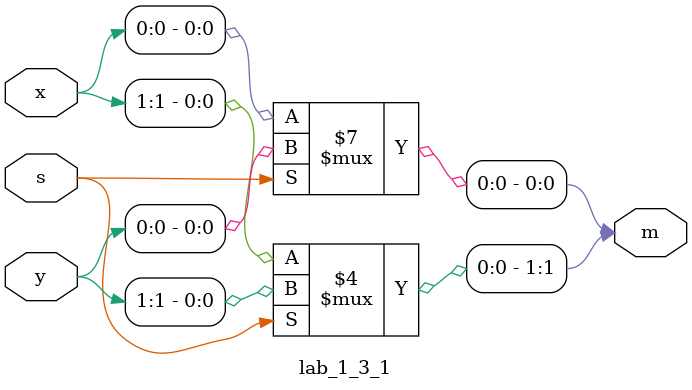
<source format=v>
`timescale 1ns / 1ps


module lab_1_3_1(
    input wire [1:0] x,
    input wire [1:0] y,
    input s,
    output reg [1:0] m
    );
    
    always @(*)
    begin
       if(s == 0) begin
            m[0] = x[0];
            m[1] = x[1];  
       end
       else begin
            m[0] = y[0];
            m[1] = y[1];
        end
    end
endmodule

</source>
